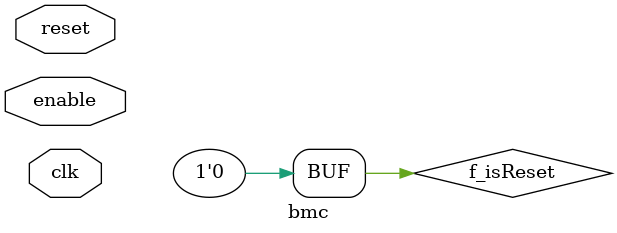
<source format=v>
/*
 *  OffCourse::Verilog
 *		- Counter BMC
 *
 *  Copyright: Sybe
 *  License: GPLv3 or later
 */

module	bmc(
    input wire clk,
    input wire	enable,
    input wire reset,
);

    reg f_isReset;
    initial f_isReset <= 0;
    wire [15:0] count_ref, count_uut;

    REF REF (
        .clk(clk),
        .enable(enable),
        .reset(reset),
        .count(count_ref)
    );

    UUT UUT(
        .clk(clk),
        .enable(enable),
        .reset(reset),
        .count(count_uut)
    );

`ifdef	FORMAL
    always @(posedge clk) begin
        if(reset)
            f_isReset <= 1;
    end

    always @(*) begin
        if(f_isReset)
            assert(count_ref == count_uut);
    end
`endif
endmodule
</source>
